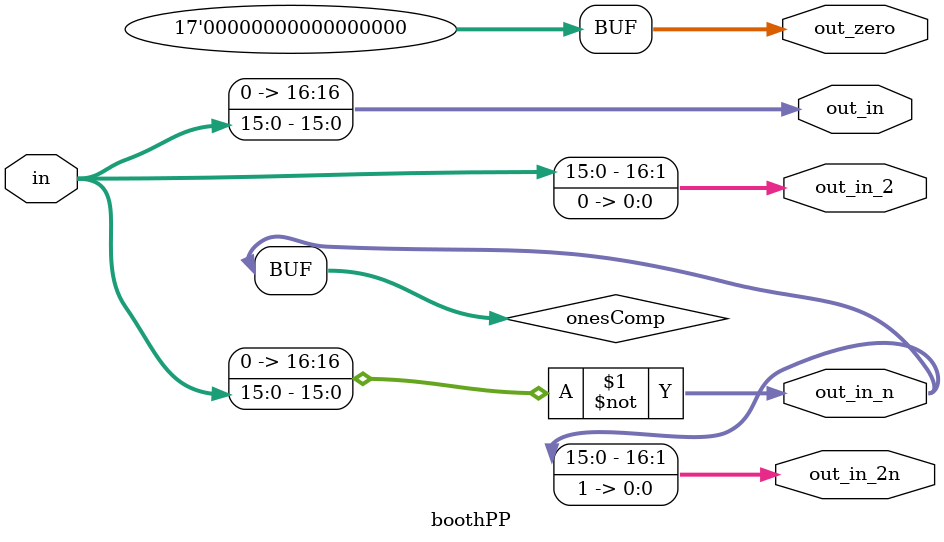
<source format=v>
`default_nettype none

module boothPP #(parameter WIDTH = 16) (
    input wire  [WIDTH-1:0] in,
    output wire [WIDTH:0] out_in,
    output wire [WIDTH:0] out_in_n,
    output wire [WIDTH:0] out_in_2,
    output wire [WIDTH:0] out_in_2n,
    output wire [WIDTH:0] out_zero
);

    wire [WIDTH:0] onesComp; // One's Comp
    // +1 needs to be compensated in PP reductions

    assign onesComp     = ~{1'b0, in};
    assign out_in       = {1'b0, in};
    assign out_in_n     = onesComp;
    assign out_in_2     = {in, 1'b0};
    assign out_in_2n    = {onesComp[WIDTH-1:0], 1'b1};
    assign out_zero     = 0;

endmodule

`default_nettype wire
</source>
